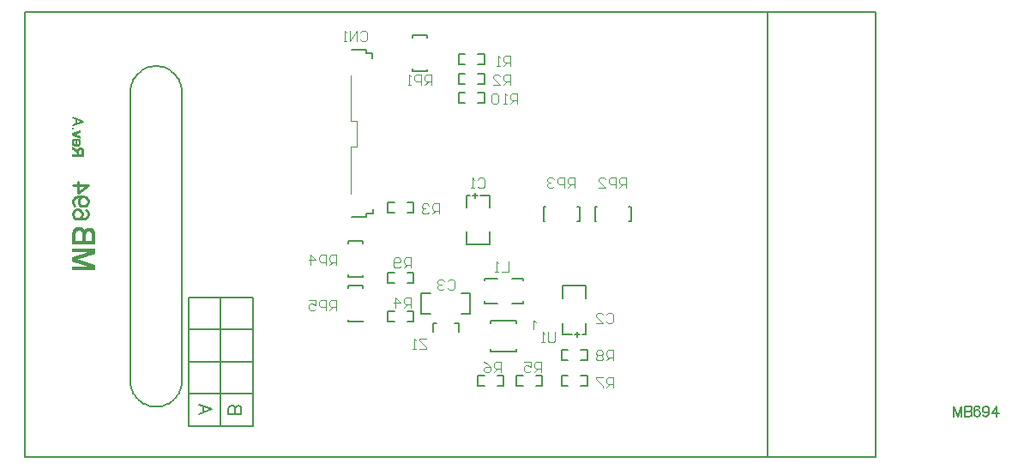
<source format=gbr>
%FSTAX23Y23*%
%MOIN*%
%SFA1B1*%

%IPPOS*%
%ADD10C,0.010000*%
%ADD13C,0.005000*%
%ADD14C,0.008000*%
%ADD32C,0.001000*%
%ADD33C,0.006000*%
%ADD34C,0.003000*%
%ADD35C,0.004000*%
%LNmb694-1*%
%LPD*%
G54D10*
X0015Y00802D02*
X00156Y00799D01*
X00159Y00791*
Y00785*
X00156Y00776*
X00147Y00771*
X00133Y00768*
X00119*
X00107Y00771*
X00102Y00776*
X00099Y00785*
Y00788*
X00102Y00796*
X00107Y00802*
X00116Y00805*
X00119*
X00127Y00802*
X00133Y00796*
X00136Y00788*
Y00785*
X00133Y00776*
X00127Y00771*
X00119Y00768*
X00139Y00855D02*
X0013Y00852D01*
X00125Y00847*
X00122Y00838*
Y00835*
X00125Y00827*
X0013Y00821*
X00139Y00818*
X00142*
X0015Y00821*
X00156Y00827*
X00159Y00835*
Y00838*
X00156Y00847*
X0015Y00852*
X00139Y00855*
X00125*
X0011Y00852*
X00102Y00847*
X00099Y00838*
Y00832*
X00102Y00824*
X00107Y00821*
X00159Y009D02*
X00119Y00871D01*
Y00914*
X00159Y009D02*
X00099D01*
G54D13*
X01664Y00848D02*
Y00868D01*
X01654Y00858D02*
X01674D01*
X01499Y00363D02*
X01514D01*
X01499Y00328D02*
Y00363D01*
X01584D02*
X01599D01*
Y00328D02*
Y00363D01*
X01724D02*
Y00373D01*
X01824*
Y00363D02*
Y00373D01*
X01724Y00253D02*
Y00263D01*
Y00253D02*
X01824D01*
Y00263*
X02059Y00308D02*
Y00328D01*
X02049Y00318D02*
X02069D01*
X00674Y-00037D02*
Y00463D01*
X00549Y00338D02*
X00799D01*
X00549Y00213D02*
X00799D01*
X00549Y00088D02*
X00584D01*
X00554D02*
X00799D01*
X00549Y-00037D02*
X00799D01*
X00549D02*
Y00463D01*
X00799*
Y-00037D02*
Y00463D01*
X02799Y-00158D02*
Y01573D01*
X01239Y01412D02*
Y01425D01*
D03*
X01184D02*
X01239D01*
Y00775D02*
Y0079D01*
X01184Y00775D02*
X01239D01*
Y01412D02*
X01263D01*
Y01392D02*
Y01412D01*
X01267Y0079D02*
Y00805D01*
X01239Y0079D02*
X01267D01*
X00099Y01162D02*
X00139Y01147D01*
X00099Y01132*
X00112Y01137D02*
Y01156D01*
X03525Y0004D02*
Y0D01*
Y0004D02*
X0354Y0D01*
X03555Y0004D02*
X0354Y0D01*
X03555Y0004D02*
Y0D01*
X03567Y0004D02*
Y0D01*
Y0004D02*
X03584D01*
X0359Y00038*
X03592Y00036*
X03594Y00032*
Y00029*
X03592Y00025*
X0359Y00023*
X03584Y00021*
X03567D02*
X03584D01*
X0359Y00019*
X03592Y00017*
X03594Y00013*
Y00008*
X03592Y00004*
X0359Y00002*
X03584Y0*
X03567*
X03625Y00034D02*
X03623Y00038D01*
X03618Y0004*
X03614*
X03608Y00038*
X03604Y00032*
X03603Y00023*
Y00013*
X03604Y00006*
X03608Y00002*
X03614Y0*
X03616*
X03622Y00002*
X03625Y00006*
X03627Y00011*
Y00013*
X03625Y00019*
X03622Y00023*
X03616Y00025*
X03614*
X03608Y00023*
X03604Y00019*
X03603Y00013*
X03661Y00027D02*
X03659Y00021D01*
X03655Y00017*
X03649Y00015*
X03647*
X03642Y00017*
X03638Y00021*
X03636Y00027*
Y00029*
X03638Y00034*
X03642Y00038*
X03647Y0004*
X03649*
X03655Y00038*
X03659Y00034*
X03661Y00027*
Y00017*
X03659Y00008*
X03655Y00002*
X03649Y0*
X03646*
X0364Y00002*
X03638Y00006*
X03691Y0004D02*
X03672Y00013D01*
X037*
X03691Y0004D02*
Y0D01*
X00524Y01263D02*
D01*
X00523Y01269*
X00523Y01276*
X00521Y01283*
X0052Y0129*
X00517Y01297*
X00515Y01303*
X00512Y01309*
X00508Y01315*
X00504Y01321*
X005Y01327*
X00495Y01332*
X0049Y01337*
X00485Y01341*
X00479Y01345*
X00474Y01349*
X00467Y01352*
X00461Y01355*
X00454Y01358*
X00448Y0136*
X00441Y01361*
X00434Y01362*
X00427Y01362*
X0042*
X00413Y01362*
X00406Y01361*
X00399Y0136*
X00393Y01358*
X00386Y01355*
X0038Y01352*
X00373Y01349*
X00368Y01345*
X00362Y01341*
X00357Y01337*
X00352Y01332*
X00347Y01327*
X00343Y01321*
X00339Y01315*
X00335Y01309*
X00332Y01303*
X0033Y01297*
X00327Y0129*
X00326Y01283*
X00324Y01276*
X00324Y01269*
X00324Y01263*
Y00138D02*
D01*
X00324Y00131*
X00324Y00124*
X00326Y00117*
X00327Y0011*
X0033Y00103*
X00332Y00097*
X00335Y00091*
X00339Y00085*
X00343Y00079*
X00347Y00073*
X00352Y00068*
X00357Y00063*
X00362Y00059*
X00368Y00055*
X00374Y00051*
X0038Y00048*
X00386Y00045*
X00393Y00042*
X00399Y0004*
X00406Y00039*
X00413Y00038*
X0042Y00038*
X00427*
X00434Y00038*
X00441Y00039*
X00448Y0004*
X00454Y00042*
X00461Y00045*
X00467Y00048*
X00474Y00051*
X00479Y00055*
X00485Y00059*
X0049Y00063*
X00495Y00068*
X005Y00073*
X00504Y00079*
X00508Y00085*
X00512Y00091*
X00515Y00097*
X00517Y00103*
X0052Y0011*
X00521Y00117*
X00523Y00124*
X00523Y00131*
X00524Y00138*
X-00086Y01573D02*
X03219D01*
X03218Y-00158D02*
X03219Y-00157D01*
Y01573*
X00324Y00138D02*
Y01263D01*
X00524Y00138D02*
Y01258D01*
X-00086Y-00158D02*
Y01573D01*
Y-00158D02*
X03218D01*
G54D14*
X0059Y00047D02*
X0064Y00028D01*
X0059Y00009*
X00607Y00016D02*
Y0004D01*
X00755Y00009D02*
X00705D01*
X00755D02*
Y0003D01*
X00753Y00037*
X0075Y0004*
X00745Y00042*
X00741*
X00736Y0004*
X00734Y00037*
X00731Y0003*
Y00009D02*
Y0003D01*
X00729Y00037*
X00726Y0004*
X00722Y00042*
X00714*
X0071Y0004*
X00707Y00037*
X00705Y0003*
Y00009*
G54D32*
X00169Y00572D02*
Y00594D01*
X00183Y00673D02*
Y00716D01*
Y00635D02*
Y00653D01*
Y00572D02*
Y0059D01*
X00182Y00673D02*
Y0072D01*
Y00635D02*
Y00653D01*
Y00572D02*
Y0059D01*
X00181Y00673D02*
Y00722D01*
Y00635D02*
Y00653D01*
Y00572D02*
Y00591D01*
X0018Y00673D02*
Y00724D01*
Y00634D02*
Y00653D01*
Y00572D02*
Y00591D01*
X00179Y00673D02*
Y00725D01*
Y00634D02*
Y00653D01*
Y00572D02*
Y00591D01*
X00178Y00673D02*
Y00727D01*
Y00634D02*
Y00653D01*
Y00572D02*
Y00591D01*
X00177Y00673D02*
Y00728D01*
Y00633D02*
Y00653D01*
Y00572D02*
Y00592D01*
X00176Y00673D02*
Y00729D01*
Y00633D02*
Y00653D01*
Y00572D02*
Y00592D01*
X00175Y00673D02*
Y0073D01*
Y00633D02*
Y00653D01*
Y00572D02*
Y00592D01*
X00174Y00673D02*
Y0073D01*
Y00632D02*
Y00653D01*
Y00572D02*
Y00593D01*
X00173Y00707D02*
Y00731D01*
Y00673D02*
Y00684D01*
Y00632D02*
Y00653D01*
Y00572D02*
Y00593D01*
X00172Y00715D02*
Y00732D01*
Y00673D02*
Y00684D01*
Y00632D02*
Y00653D01*
Y00572D02*
Y00593D01*
X00171Y00717D02*
Y00732D01*
Y00673D02*
Y00684D01*
Y00631D02*
Y00653D01*
Y00572D02*
Y00594D01*
X0017Y00719D02*
Y00733D01*
Y00673D02*
Y00684D01*
Y00631D02*
Y00653D01*
Y00572D02*
Y00594D01*
X00169Y0072D02*
Y00733D01*
Y00673D02*
Y00684D01*
Y00631D02*
Y00653D01*
X00168Y0072D02*
Y00733D01*
Y00673D02*
Y00684D01*
Y0063D02*
Y00653D01*
Y00572D02*
Y00595D01*
X00167Y00721D02*
Y00734D01*
Y00673D02*
Y00684D01*
Y00642D02*
Y00653D01*
Y0063D02*
Y00641D01*
Y00584D02*
Y00595D01*
Y00572D02*
Y00583D01*
X00166Y00721D02*
Y00734D01*
Y00673D02*
Y00684D01*
Y00642D02*
Y00653D01*
Y0063D02*
Y00641D01*
Y00584D02*
Y00595D01*
Y00572D02*
Y00583D01*
X00165Y00722D02*
Y00734D01*
Y00673D02*
Y00684D01*
Y00642D02*
Y00653D01*
Y0063D02*
Y00641D01*
Y00584D02*
Y00596D01*
Y00572D02*
Y00583D01*
X00164Y00722D02*
Y00734D01*
Y00673D02*
Y00684D01*
Y00642D02*
Y00653D01*
Y00629D02*
Y0064D01*
Y00585D02*
Y00596D01*
Y00572D02*
Y00583D01*
X00163Y00722D02*
Y00734D01*
Y00673D02*
Y00684D01*
Y00642D02*
Y00653D01*
Y00629D02*
Y0064D01*
Y00585D02*
Y00596D01*
Y00572D02*
Y00583D01*
X00162Y00723D02*
Y00734D01*
Y00673D02*
Y00684D01*
Y00642D02*
Y00653D01*
Y00629D02*
Y0064D01*
Y00585D02*
Y00597D01*
Y00572D02*
Y00583D01*
X00161Y00723D02*
Y00734D01*
Y00673D02*
Y00684D01*
Y00642D02*
Y00653D01*
Y00628D02*
Y00639D01*
Y00586D02*
Y00597D01*
Y00572D02*
Y00583D01*
X0016Y00723D02*
Y00734D01*
Y00673D02*
Y00684D01*
Y00642D02*
Y00653D01*
Y00628D02*
Y00639D01*
Y00586D02*
Y00597D01*
Y00572D02*
Y00583D01*
X00159Y00723D02*
Y00734D01*
Y00673D02*
Y00684D01*
Y00642D02*
Y00653D01*
Y00628D02*
Y00639D01*
Y00586D02*
Y00597D01*
Y00572D02*
Y00583D01*
X00158Y00722D02*
Y00734D01*
Y00673D02*
Y00684D01*
Y00642D02*
Y00653D01*
Y00627D02*
Y00638D01*
Y00587D02*
Y00598D01*
Y00572D02*
Y00583D01*
X00157Y00722D02*
Y00734D01*
Y00673D02*
Y00684D01*
Y00642D02*
Y00653D01*
Y00627D02*
Y00638D01*
Y00587D02*
Y00598D01*
Y00572D02*
Y00583D01*
X00156Y00722D02*
Y00734D01*
Y00673D02*
Y00684D01*
Y00642D02*
Y00653D01*
Y00627D02*
Y00638D01*
Y00587D02*
Y00598D01*
Y00572D02*
Y00583D01*
X00155Y00722D02*
Y00733D01*
Y00673D02*
Y00684D01*
Y00642D02*
Y00653D01*
Y00626D02*
Y00638D01*
Y00587D02*
Y00599D01*
Y00572D02*
Y00583D01*
X00154Y00721D02*
Y00733D01*
Y00673D02*
Y00684D01*
Y00642D02*
Y00653D01*
Y00626D02*
Y00637D01*
Y00588D02*
Y00599D01*
Y00572D02*
Y00583D01*
X00153Y0072D02*
Y00732D01*
Y00673D02*
Y00684D01*
Y00642D02*
Y00653D01*
Y00626D02*
Y00637D01*
Y00588D02*
Y00599D01*
Y00572D02*
Y00583D01*
X00152Y0072D02*
Y00732D01*
Y00673D02*
Y00684D01*
Y00642D02*
Y00653D01*
Y00625D02*
Y00637D01*
Y00588D02*
Y006D01*
Y00572D02*
Y00583D01*
X00151Y00718D02*
Y00731D01*
Y00673D02*
Y00684D01*
Y00642D02*
Y00653D01*
Y00625D02*
Y00636D01*
Y00589D02*
Y006D01*
Y00572D02*
Y00583D01*
X0015Y00717D02*
Y00731D01*
Y00673D02*
Y00684D01*
Y00642D02*
Y00653D01*
Y00625D02*
Y00636D01*
Y00589D02*
Y006D01*
Y00572D02*
Y00583D01*
X00149Y00714D02*
Y0073D01*
Y00673D02*
Y00684D01*
Y00642D02*
Y00653D01*
Y00624D02*
Y00636D01*
Y00589D02*
Y00601D01*
Y00572D02*
Y00583D01*
X00148Y00708D02*
Y00729D01*
Y00673D02*
Y00684D01*
Y00642D02*
Y00653D01*
Y00624D02*
Y00635D01*
Y0059D02*
Y00601D01*
Y00572D02*
Y00583D01*
X00139Y01012D02*
Y01038D01*
X00147Y00673D02*
Y00728D01*
Y00642D02*
Y00653D01*
Y00624D02*
Y00635D01*
Y0059D02*
Y00601D01*
Y00572D02*
Y00583D01*
X00138Y01012D02*
Y0104D01*
X00146Y00673D02*
Y00727D01*
Y00642D02*
Y00653D01*
Y00623D02*
Y00635D01*
Y0059D02*
Y00602D01*
Y00572D02*
Y00583D01*
X00137Y01012D02*
Y01042D01*
X00145Y00673D02*
Y00725D01*
Y00642D02*
Y00653D01*
Y00623D02*
Y00634D01*
Y00591D02*
Y00602D01*
Y00572D02*
Y00583D01*
X00136Y01012D02*
Y01042D01*
X00144Y00673D02*
Y00724D01*
Y00642D02*
Y00653D01*
Y00623D02*
Y00634D01*
Y00591D02*
Y00602D01*
Y00572D02*
Y00583D01*
X00135Y01012D02*
Y01043D01*
X00143Y00673D02*
Y00725D01*
Y00642D02*
Y00653D01*
Y00622D02*
Y00634D01*
Y00591D02*
Y00603D01*
Y00572D02*
Y00583D01*
X00134Y01033D02*
Y01044D01*
Y01012D02*
Y01018D01*
X00142Y00673D02*
Y00727D01*
Y00642D02*
Y00653D01*
Y00622D02*
Y00633D01*
Y00592D02*
Y00603D01*
Y00572D02*
Y00583D01*
X00133Y01036D02*
Y01044D01*
Y01012D02*
Y01018D01*
X00141Y00673D02*
Y00728D01*
Y00642D02*
Y00653D01*
Y00622D02*
Y00633D01*
Y00592D02*
Y00603D01*
Y00572D02*
Y00583D01*
X00132Y01037D02*
Y01045D01*
Y01012D02*
Y01018D01*
X0014Y00673D02*
Y0073D01*
Y00642D02*
Y00653D01*
Y00622D02*
Y00633D01*
Y00592D02*
Y00604D01*
Y00572D02*
Y00583D01*
X00131Y01038D02*
Y01045D01*
Y01012D02*
Y01018D01*
X00139Y00673D02*
Y00731D01*
Y00642D02*
Y00653D01*
Y00621D02*
Y00632D01*
Y00593D02*
Y00604D01*
Y00572D02*
Y00583D01*
X0013Y01038D02*
Y01045D01*
Y01012D02*
Y01018D01*
X00138Y00673D02*
Y00732D01*
Y00642D02*
Y00653D01*
Y00621D02*
Y00632D01*
Y00593D02*
Y00604D01*
Y00572D02*
Y00583D01*
X00129Y01038D02*
Y01045D01*
Y01012D02*
Y01018D01*
X00137Y00709D02*
Y00733D01*
Y00673D02*
Y00684D01*
Y00642D02*
Y00653D01*
Y00621D02*
Y00632D01*
Y00593D02*
Y00604D01*
Y00572D02*
Y00583D01*
X00128Y01061D02*
Y01072D01*
Y01039D02*
Y01045D01*
Y01012D02*
Y01018D01*
X00136Y00716D02*
Y00733D01*
Y00673D02*
Y00684D01*
Y00642D02*
Y00653D01*
Y0062D02*
Y00631D01*
Y00593D02*
Y00605D01*
Y00572D02*
Y00583D01*
X00127Y01107D02*
Y01113D01*
Y01084D02*
Y0109D01*
Y01059D02*
Y01074D01*
Y01039D02*
Y01045D01*
Y01012D02*
Y01018D01*
X00135Y00719D02*
Y00734D01*
Y00673D02*
Y00684D01*
Y00642D02*
Y00653D01*
Y0062D02*
Y00631D01*
Y00594D02*
Y00605D01*
Y00572D02*
Y00583D01*
X00126Y01107D02*
Y01113D01*
Y01084D02*
Y0109D01*
Y01058D02*
Y01076D01*
Y01038D02*
Y01045D01*
Y01012D02*
Y01018D01*
X00134Y0072D02*
Y00735D01*
Y00673D02*
Y00684D01*
Y00642D02*
Y00653D01*
Y0062D02*
Y00631D01*
Y00594D02*
Y00605D01*
Y00572D02*
Y00583D01*
X00125Y01106D02*
Y01112D01*
Y01085D02*
Y01091D01*
Y01056D02*
Y01077D01*
Y01038D02*
Y01045D01*
Y01012D02*
Y01018D01*
X00133Y00722D02*
Y00735D01*
Y00673D02*
Y00684D01*
Y00642D02*
Y00653D01*
Y00619D02*
Y00631D01*
Y00594D02*
Y00606D01*
Y00572D02*
Y00583D01*
X00124Y01106D02*
Y01112D01*
Y01085D02*
Y01091D01*
Y01056D02*
Y01078D01*
Y01038D02*
Y01045D01*
Y01012D02*
Y01018D01*
X00132Y00723D02*
Y00736D01*
Y00673D02*
Y00684D01*
Y00642D02*
Y00653D01*
Y00619D02*
Y0063D01*
Y00595D02*
Y00606D01*
Y00572D02*
Y00583D01*
X00123Y01106D02*
Y01112D01*
Y01085D02*
Y01091D01*
Y01068D02*
Y01078D01*
Y01055D02*
Y01065D01*
Y01037D02*
Y01045D01*
Y01012D02*
Y01018D01*
X00131Y00723D02*
Y00736D01*
Y00673D02*
Y00684D01*
Y00642D02*
Y00653D01*
Y00619D02*
Y0063D01*
Y00595D02*
Y00606D01*
Y00572D02*
Y00583D01*
X00122Y01105D02*
Y01111D01*
Y01086D02*
Y01092D01*
Y01072D02*
Y01079D01*
Y01054D02*
Y01062D01*
Y01036D02*
Y01044D01*
Y01012D02*
Y01018D01*
X0013Y00724D02*
Y00736D01*
Y00673D02*
Y00684D01*
Y00642D02*
Y00653D01*
Y00618D02*
Y0063D01*
Y00595D02*
Y00607D01*
Y00572D02*
Y00583D01*
X00121Y01105D02*
Y01111D01*
Y01086D02*
Y01092D01*
Y01073D02*
Y0108D01*
Y01053D02*
Y0106D01*
Y01032D02*
Y01044D01*
Y01012D02*
Y01018D01*
X00129Y00724D02*
Y00737D01*
Y00673D02*
Y00684D01*
Y00642D02*
Y00653D01*
Y00618D02*
Y00629D01*
Y00596D02*
Y00607D01*
Y00572D02*
Y00583D01*
X0012Y01104D02*
Y01111D01*
Y01086D02*
Y01093D01*
Y01074D02*
Y0108D01*
Y01053D02*
Y01059D01*
Y01012D02*
Y01043D01*
X00128Y00725D02*
Y00737D01*
Y00673D02*
Y00684D01*
Y00642D02*
Y00653D01*
Y00618D02*
Y00629D01*
Y00596D02*
Y00607D01*
Y00572D02*
Y00583D01*
X00119Y01104D02*
Y0111D01*
Y01087D02*
Y01093D01*
Y01075D02*
Y0108D01*
Y01053D02*
Y01058D01*
Y01012D02*
Y01042D01*
X00127Y00725D02*
Y00737D01*
Y00673D02*
Y00684D01*
Y00642D02*
Y00653D01*
Y00617D02*
Y00629D01*
Y00596D02*
Y00608D01*
Y00572D02*
Y00583D01*
X00118Y01104D02*
Y0111D01*
Y01087D02*
Y01093D01*
Y01075D02*
Y01081D01*
Y01052D02*
Y01058D01*
Y01012D02*
Y01041D01*
X00126Y00725D02*
Y00737D01*
Y00673D02*
Y00684D01*
Y00642D02*
Y00653D01*
Y00617D02*
Y00628D01*
Y00597D02*
Y00608D01*
Y00572D02*
Y00583D01*
X00117Y01103D02*
Y01109D01*
Y01088D02*
Y01094D01*
Y01075D02*
Y01081D01*
Y01052D02*
Y01058D01*
Y01012D02*
Y0104D01*
X00125Y00725D02*
Y00737D01*
Y00673D02*
Y00684D01*
Y00642D02*
Y00653D01*
Y00617D02*
Y00628D01*
Y00597D02*
Y00608D01*
Y00572D02*
Y00583D01*
X00116Y01103D02*
Y01109D01*
Y01088D02*
Y01094D01*
Y01076D02*
Y01081D01*
Y01052D02*
Y01057D01*
Y01012D02*
Y01037D01*
X00124Y00673D02*
Y00684D01*
Y00642D02*
Y00653D01*
Y00616D02*
Y00628D01*
Y00597D02*
Y00609D01*
Y00572D02*
Y00583D01*
X00115Y01103D02*
Y01109D01*
Y01088D02*
Y01095D01*
Y01052D02*
Y01081D01*
Y01026D02*
Y01035D01*
Y01012D02*
Y01018D01*
X00123Y00726D02*
Y00737D01*
Y00673D02*
Y00684D01*
Y00642D02*
Y00653D01*
Y00616D02*
Y00627D01*
Y00598D02*
Y00609D01*
Y00572D02*
Y00583D01*
X00114Y01102D02*
Y01108D01*
Y01089D02*
Y01095D01*
Y01052D02*
Y01081D01*
Y01029D02*
Y01037D01*
Y01012D02*
Y01018D01*
X00122Y00726D02*
Y00737D01*
Y00673D02*
Y00684D01*
Y00642D02*
Y00653D01*
Y00616D02*
Y00627D01*
Y00598D02*
Y00609D01*
Y00572D02*
Y00583D01*
X00113Y01102D02*
Y01108D01*
Y01089D02*
Y01095D01*
Y01052D02*
Y01081D01*
Y0103D02*
Y01038D01*
Y01012D02*
Y01018D01*
X00121Y00726D02*
Y00737D01*
Y00673D02*
Y00684D01*
Y00642D02*
Y00653D01*
Y00615D02*
Y00627D01*
Y00598D02*
Y0061D01*
Y00572D02*
Y00583D01*
X00112Y01101D02*
Y01107D01*
Y0109D02*
Y01096D01*
Y01052D02*
Y01081D01*
Y01031D02*
Y01039D01*
Y01012D02*
Y01018D01*
X0012Y00725D02*
Y00737D01*
Y00673D02*
Y00684D01*
Y00642D02*
Y00653D01*
Y00615D02*
Y00626D01*
Y00598D02*
Y0061D01*
Y00572D02*
Y00583D01*
X00111Y01101D02*
Y01107D01*
Y0109D02*
Y01096D01*
Y01052D02*
Y01081D01*
Y01032D02*
Y0104D01*
Y01012D02*
Y01018D01*
X00119Y00725D02*
Y00737D01*
Y00673D02*
Y00684D01*
Y00642D02*
Y00653D01*
Y00615D02*
Y00626D01*
Y00599D02*
Y0061D01*
Y00572D02*
Y00583D01*
X0011Y01101D02*
Y01107D01*
Y0109D02*
Y01096D01*
Y01052D02*
Y01057D01*
Y01033D02*
Y0104D01*
Y01012D02*
Y01018D01*
X00118Y00725D02*
Y00737D01*
Y00673D02*
Y00684D01*
Y00642D02*
Y00653D01*
Y00615D02*
Y00626D01*
Y00599D02*
Y0061D01*
Y00572D02*
Y00583D01*
X00109Y011D02*
Y01106D01*
Y01091D02*
Y01097D01*
Y01052D02*
Y01058D01*
Y01033D02*
Y01041D01*
Y01012D02*
Y01018D01*
X00117Y00725D02*
Y00737D01*
Y00673D02*
Y00684D01*
Y00642D02*
Y00653D01*
Y00614D02*
Y00625D01*
Y00599D02*
Y00611D01*
Y00572D02*
Y00583D01*
X00108Y011D02*
Y01106D01*
Y01091D02*
Y01097D01*
Y01052D02*
Y01058D01*
Y01034D02*
Y01042D01*
Y01012D02*
Y01018D01*
X00116Y00724D02*
Y00737D01*
Y00673D02*
Y00684D01*
Y00642D02*
Y00653D01*
Y00614D02*
Y00625D01*
Y006D02*
Y00611D01*
Y00572D02*
Y00583D01*
X00107Y01099D02*
Y01106D01*
Y01092D02*
Y01098D01*
Y01052D02*
Y01058D01*
Y01035D02*
Y01042D01*
Y01012D02*
Y01018D01*
X00115Y00724D02*
Y00736D01*
Y00673D02*
Y00684D01*
Y00642D02*
Y00653D01*
Y00614D02*
Y00625D01*
Y006D02*
Y00611D01*
Y00572D02*
Y00583D01*
X00106Y01099D02*
Y01105D01*
Y01092D02*
Y01098D01*
Y01075D02*
Y0108D01*
Y01052D02*
Y01058D01*
Y01035D02*
Y01043D01*
Y01012D02*
Y01018D01*
X00114Y00723D02*
Y00736D01*
Y00673D02*
Y00684D01*
Y00642D02*
Y00653D01*
Y00613D02*
Y00625D01*
Y006D02*
Y00612D01*
Y00572D02*
Y00583D01*
X00105Y01099D02*
Y01105D01*
Y01092D02*
Y01098D01*
Y01075D02*
Y01081D01*
Y01053D02*
Y01059D01*
Y01036D02*
Y01044D01*
Y01012D02*
Y01018D01*
X00113Y00722D02*
Y00736D01*
Y00673D02*
Y00684D01*
Y00642D02*
Y00653D01*
Y00613D02*
Y00624D01*
Y00601D02*
Y00612D01*
Y00572D02*
Y00583D01*
X00104Y01093D02*
Y01104D01*
Y01074D02*
Y01081D01*
Y01053D02*
Y0106D01*
Y01036D02*
Y01044D01*
Y01012D02*
Y01018D01*
X00112Y00722D02*
Y00735D01*
Y00673D02*
Y00684D01*
Y00642D02*
Y00653D01*
Y00613D02*
Y00624D01*
Y00601D02*
Y00612D01*
Y00572D02*
Y00583D01*
X00103Y01093D02*
Y01104D01*
Y01073D02*
Y0108D01*
Y01053D02*
Y01061D01*
Y01037D02*
Y01045D01*
Y01012D02*
Y01018D01*
X00111Y0072D02*
Y00735D01*
Y00673D02*
Y00684D01*
Y00642D02*
Y00653D01*
Y00601D02*
Y00624D01*
Y00572D02*
Y00583D01*
X00102Y01093D02*
Y01104D01*
Y01072D02*
Y0108D01*
Y01054D02*
Y01062D01*
Y01038D02*
Y01046D01*
Y01012D02*
Y01018D01*
X0011Y00719D02*
Y00734D01*
Y00673D02*
Y00684D01*
Y00642D02*
Y00653D01*
Y00602D02*
Y00623D01*
Y00572D02*
Y00583D01*
X00101Y01119D02*
Y01124D01*
Y01094D02*
Y01103D01*
Y01069D02*
Y01079D01*
Y01055D02*
Y01065D01*
Y01038D02*
Y01046D01*
Y01012D02*
Y01018D01*
X00109Y00716D02*
Y00734D01*
Y00673D02*
Y00684D01*
Y00642D02*
Y00653D01*
Y00602D02*
Y00623D01*
Y00572D02*
Y00583D01*
X001Y01119D02*
Y01124D01*
Y01094D02*
Y01103D01*
Y01055D02*
Y01079D01*
Y01039D02*
Y01047D01*
Y01012D02*
Y01018D01*
X00108Y0071D02*
Y00733D01*
Y00673D02*
Y00684D01*
Y00642D02*
Y00653D01*
Y00602D02*
Y00623D01*
Y00572D02*
Y00583D01*
X00099Y01119D02*
Y01124D01*
Y01095D02*
Y01102D01*
Y01056D02*
Y01078D01*
Y0104D02*
Y01047D01*
Y01012D02*
Y01018D01*
X00107Y00673D02*
Y00732D01*
Y00642D02*
Y00653D01*
Y00603D02*
Y00622D01*
Y00572D02*
Y00583D01*
X00098Y01119D02*
Y01124D01*
Y01095D02*
Y01102D01*
Y01057D02*
Y01076D01*
Y0104D02*
Y01048D01*
Y01012D02*
Y01018D01*
X00106Y00673D02*
Y00732D01*
Y00642D02*
Y00653D01*
Y00603D02*
Y00622D01*
Y00572D02*
Y00583D01*
X00097Y01119D02*
Y01124D01*
Y01095D02*
Y01102D01*
Y01059D02*
Y01075D01*
Y01041D02*
Y01049D01*
Y01012D02*
Y01018D01*
X00105Y00673D02*
Y00731D01*
Y00642D02*
Y00653D01*
Y00603D02*
Y00622D01*
Y00572D02*
Y00583D01*
X00096Y01061D02*
Y01073D01*
X00104Y00673D02*
Y0073D01*
Y00642D02*
Y00653D01*
Y00604D02*
Y00621D01*
Y00572D02*
Y00583D01*
X00103Y00673D02*
Y00729D01*
Y00642D02*
Y00653D01*
Y00604D02*
Y00621D01*
Y00572D02*
Y00583D01*
X00102Y00673D02*
Y00727D01*
Y00642D02*
Y00653D01*
Y00604D02*
Y00621D01*
Y00572D02*
Y00583D01*
X00101Y00673D02*
Y00726D01*
Y00642D02*
Y00653D01*
Y00604D02*
Y0062D01*
Y00572D02*
Y00583D01*
X001Y00673D02*
Y00723D01*
Y00642D02*
Y00653D01*
Y00605D02*
Y0062D01*
Y00572D02*
Y00583D01*
X00099Y00673D02*
Y00721D01*
Y00642D02*
Y00653D01*
Y00605D02*
Y0062D01*
Y00572D02*
Y00583D01*
X00098Y00673D02*
Y00717D01*
Y00642D02*
Y00653D01*
Y00605D02*
Y00619D01*
Y00572D02*
Y00583D01*
X00124Y00726D02*
Y00737D01*
G54D33*
X01629Y00858D02*
X01644D01*
X01684D02*
X01719D01*
Y00668D02*
Y00718D01*
X01629Y00668D02*
X01719D01*
X01629D02*
Y00718D01*
Y00813D02*
Y00858D01*
X01719Y00813D02*
Y00858D01*
X01454Y00398D02*
Y00478D01*
X01609D02*
X01644D01*
Y00398D02*
Y00478D01*
X01609Y00398D02*
X01644D01*
X01454D02*
X01489D01*
X01454Y00478D02*
X01489D01*
X01226Y00368D02*
Y00374D01*
X01171Y00368D02*
X01226D01*
X01171D02*
Y00377D01*
Y00499D02*
Y00507D01*
Y00508D02*
X01226D01*
Y00499D02*
Y00508D01*
Y00674D02*
Y00683D01*
X01171D02*
X01226D01*
X01171Y00674D02*
Y00682D01*
Y00543D02*
Y00552D01*
Y00543D02*
X01226D01*
Y00549*
X02129Y0076D02*
X02135D01*
X02129D02*
Y00815D01*
X02138*
X0226D02*
X02268D01*
X02269Y0076D02*
Y00815D01*
X0226Y0076D02*
X02269D01*
X01476Y01474D02*
Y01483D01*
X01421D02*
X01476D01*
X01421Y01474D02*
Y01482D01*
Y01343D02*
Y01352D01*
Y01343D02*
X01476D01*
Y01349*
X01674Y01218D02*
X01699D01*
Y01258*
X01674D02*
X01699D01*
X01599D02*
X01624D01*
X01599Y01218D02*
Y01258D01*
Y01218D02*
X01624D01*
X01899Y00158D02*
X01924D01*
Y00118D02*
Y00158D01*
X01899Y00118D02*
X01924D01*
X01824D02*
X01849D01*
X01824D02*
Y00158D01*
X01849*
X01674Y00118D02*
X01699D01*
X01674D02*
Y00158D01*
X01699*
X01749D02*
X01774D01*
Y00118D02*
Y00158D01*
X01749Y00118D02*
X01774D01*
X02074Y00158D02*
X02099D01*
Y00118D02*
Y00158D01*
X02074Y00118D02*
X02099D01*
X01999D02*
X02024D01*
X01999D02*
Y00158D01*
X02024*
X01599Y01368D02*
X01624D01*
X01599D02*
Y01408D01*
X01624*
X01674D02*
X01699D01*
Y01368D02*
Y01408D01*
X01674Y01368D02*
X01699D01*
X01599Y01293D02*
X01624D01*
X01599D02*
Y01333D01*
X01624*
X01674D02*
X01699D01*
Y01293D02*
Y01333D01*
X01674Y01293D02*
X01699D01*
X01324Y00793D02*
X01349D01*
X01324D02*
Y00833D01*
X01349*
X01399D02*
X01424D01*
Y00793D02*
Y00833D01*
X01399Y00793D02*
X01424D01*
X01324Y00368D02*
X01349D01*
X01324D02*
Y00408D01*
X01349*
X01399D02*
X01424D01*
Y00368D02*
Y00408D01*
X01399Y00368D02*
X01424D01*
X02074Y00258D02*
X02099D01*
Y00218D02*
Y00258D01*
X02074Y00218D02*
X02099D01*
X01999D02*
X02024D01*
X01999D02*
Y00258D01*
X02024*
X01699Y00439D02*
X01751D01*
X01699Y00537D02*
X01751D01*
X01806Y00439D02*
X01849D01*
X01806Y00537D02*
X01849D01*
X01699Y00528D02*
Y00537D01*
Y00439D02*
Y00448D01*
X01849Y00439D02*
Y00448D01*
Y00528D02*
Y00537D01*
X02079Y00318D02*
X02094D01*
X02004D02*
X02039D01*
X02004Y00458D02*
Y00508D01*
X02094*
Y00458D02*
Y00508D01*
Y00318D02*
Y00363D01*
X02004Y00318D02*
Y00363D01*
X0206Y0076D02*
X02069D01*
Y00815*
X0206D02*
X02068D01*
X01929D02*
X01938D01*
X01929Y0076D02*
Y00815D01*
Y0076D02*
X01935D01*
X01399Y00518D02*
X01424D01*
Y00558*
X01399D02*
X01424D01*
X01324D02*
X01349D01*
X01324Y00518D02*
Y00558D01*
Y00518D02*
X01349D01*
G54D34*
X01179Y0105D02*
X01204D01*
Y0115*
X01179D02*
X01204D01*
X01179Y00865D02*
Y0105D01*
Y0115D02*
Y01325D01*
G54D35*
X01974Y00328D02*
Y00294D01*
X01967Y00288*
X01954*
X01947Y00294*
Y00328*
X01934Y00288D02*
X01921D01*
X01927*
Y00328*
X01934Y00321*
X0205Y0089D02*
Y0093D01*
X0203*
X02023Y00923*
Y0091*
X0203Y00903*
X0205*
X02037D02*
X02023Y0089D01*
X0201D02*
Y0093D01*
X0199*
X01983Y00923*
Y0091*
X0199Y00903*
X0201*
X0197Y00923D02*
X01963Y0093D01*
X0195*
X01943Y00923*
Y00917*
X0195Y0091*
X01957*
X0195*
X01943Y00903*
Y00897*
X0195Y0089*
X01963*
X0197Y00897*
X01558Y00526D02*
X01565Y00532D01*
X01578*
X01585Y00526*
Y00499*
X01578Y00492*
X01565*
X01558Y00499*
X01545Y00526D02*
X01538Y00532D01*
X01525*
X01518Y00526*
Y00519*
X01525Y00512*
X01532*
X01525*
X01518Y00506*
Y00499*
X01525Y00492*
X01538*
X01545Y00499*
X01414Y00578D02*
Y00618D01*
X01394*
X01387Y00611*
Y00598*
X01394Y00591*
X01414*
X01401D02*
X01387Y00578D01*
X01374Y00584D02*
X01367Y00578D01*
X01354*
X01347Y00584*
Y00611*
X01354Y00618*
X01367*
X01374Y00611*
Y00604*
X01367Y00598*
X01347*
X01826Y01217D02*
Y01257D01*
X01806*
X01799Y0125*
Y01237*
X01806Y0123*
X01826*
X01813D02*
X01799Y01217D01*
X01786D02*
X01773D01*
X01779*
Y01257*
X01786Y0125*
X01753D02*
X01746Y01257D01*
X01733*
X01726Y0125*
Y01223*
X01733Y01217*
X01746*
X01753Y01223*
Y0125*
X01495Y01289D02*
Y01329D01*
X01475*
X01468Y01322*
Y01309*
X01475Y01302*
X01495*
X01482D02*
X01468Y01289D01*
X01455D02*
Y01329D01*
X01435*
X01428Y01322*
Y01309*
X01435Y01302*
X01455*
X01415Y01289D02*
X01402D01*
X01408*
Y01329*
X01415Y01322*
X01672Y00921D02*
X01679Y00928D01*
X01692*
X01699Y00921*
Y00894*
X01692Y00888*
X01679*
X01672Y00894*
X01659Y00888D02*
X01646D01*
X01652*
Y00928*
X01659Y00921*
X02172Y00396D02*
X02179Y00403D01*
X02192*
X02199Y00396*
Y00369*
X02192Y00363*
X02179*
X02172Y00369*
X02132Y00363D02*
X02159D01*
X02132Y00389*
Y00396*
X02139Y00403*
X02152*
X02159Y00396*
X01794Y00602D02*
Y00562D01*
X01767*
X01754D02*
X01741D01*
X01747*
Y00602*
X01754Y00596*
X01799Y01363D02*
Y01403D01*
X01779*
X01772Y01396*
Y01383*
X01779Y01376*
X01799*
X01786D02*
X01772Y01363D01*
X01759D02*
X01746D01*
X01752*
Y01403*
X01759Y01396*
X01799Y01289D02*
Y01329D01*
X01779*
X01772Y01322*
Y01309*
X01779Y01302*
X01799*
X01786D02*
X01772Y01289D01*
X01732D02*
X01759D01*
X01732Y01315*
Y01322*
X01739Y01329*
X01752*
X01759Y01322*
X01524Y00788D02*
Y00828D01*
X01504*
X01497Y00821*
Y00808*
X01504Y00801*
X01524*
X01511D02*
X01497Y00788D01*
X01484Y00821D02*
X01477Y00828D01*
X01464*
X01457Y00821*
Y00814*
X01464Y00808*
X01471*
X01464*
X01457Y00801*
Y00794*
X01464Y00788*
X01477*
X01484Y00794*
X01414Y00423D02*
Y00463D01*
X01394*
X01387Y00456*
Y00443*
X01394Y00436*
X01414*
X01401D02*
X01387Y00423D01*
X01354D02*
Y00463D01*
X01374Y00443*
X01347*
X01919Y00173D02*
Y00213D01*
X01899*
X01892Y00206*
Y00193*
X01899Y00186*
X01919*
X01906D02*
X01892Y00173D01*
X01852Y00213D02*
X01879D01*
Y00193*
X01866Y00199*
X01859*
X01852Y00193*
Y00179*
X01859Y00173*
X01872*
X01879Y00179*
X01764Y00173D02*
Y00213D01*
X01744*
X01737Y00206*
Y00193*
X01744Y00186*
X01764*
X01751D02*
X01737Y00173D01*
X01697Y00213D02*
X01711Y00206D01*
X01724Y00193*
Y00179*
X01717Y00173*
X01704*
X01697Y00179*
Y00186*
X01704Y00193*
X01724*
X02199Y00113D02*
Y00153D01*
X02179*
X02172Y00146*
Y00133*
X02179Y00126*
X02199*
X02186D02*
X02172Y00113D01*
X02159Y00153D02*
X02132D01*
Y00146*
X02159Y00119*
Y00113*
X02199Y00218D02*
Y00258D01*
X02179*
X02172Y00251*
Y00238*
X02179Y00231*
X02199*
X02186D02*
X02172Y00218D01*
X02159Y00251D02*
X02152Y00258D01*
X02139*
X02132Y00251*
Y00244*
X02139Y00238*
X02132Y00231*
Y00224*
X02139Y00218*
X02152*
X02159Y00224*
Y00231*
X02152Y00238*
X02159Y00244*
Y00251*
X02152Y00238D02*
X02139D01*
X01218Y01493D02*
X01225Y015D01*
X01238*
X01245Y01493*
Y01467*
X01238Y0146*
X01225*
X01218Y01467*
X01205Y0146D02*
Y015D01*
X01178Y0146*
Y015*
X01165Y0146D02*
X01152D01*
X01158*
Y015*
X01165Y01493*
X01474Y00303D02*
X01447D01*
Y00296*
X01474Y00269*
Y00263*
X01447*
X01434D02*
X01421D01*
X01427*
Y00303*
X01434Y00296*
X0225Y0089D02*
Y0093D01*
X0223*
X02223Y00923*
Y0091*
X0223Y00903*
X0225*
X02237D02*
X02223Y0089D01*
X0221D02*
Y0093D01*
X0219*
X02183Y00923*
Y0091*
X0219Y00903*
X0221*
X02143Y0089D02*
X0217D01*
X02143Y00917*
Y00923*
X0215Y0093*
X02163*
X0217Y00923*
X01124Y00588D02*
Y00628D01*
X01104*
X01097Y00621*
Y00608*
X01104Y00601*
X01124*
X01111D02*
X01097Y00588D01*
X01084D02*
Y00628D01*
X01064*
X01057Y00621*
Y00608*
X01064Y00601*
X01084*
X01024Y00588D02*
Y00628D01*
X01044Y00608*
X01017*
X01124Y00413D02*
Y00453D01*
X01104*
X01097Y00446*
Y00433*
X01104Y00426*
X01124*
X01111D02*
X01097Y00413D01*
X01084D02*
Y00453D01*
X01064*
X01057Y00446*
Y00433*
X01064Y00426*
X01084*
X01017Y00453D02*
X01044D01*
Y00433*
X01031Y00439*
X01024*
X01017Y00433*
Y00419*
X01024Y00413*
X01037*
X01044Y00419*
X01899Y00366D02*
X01896Y00368D01*
X01891Y00373*
Y00338*
M02*
</source>
